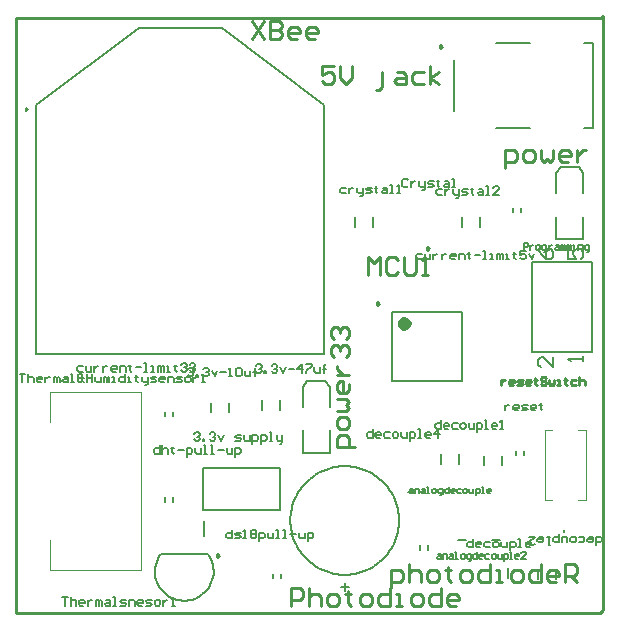
<source format=gto>
G04*
G04 #@! TF.GenerationSoftware,Altium Limited,Altium Designer,20.2.3 (150)*
G04*
G04 Layer_Color=65535*
%FSLAX25Y25*%
%MOIN*%
G70*
G04*
G04 #@! TF.SameCoordinates,2D8D508D-747A-419C-BB13-FC6C21BFBE3A*
G04*
G04*
G04 #@! TF.FilePolarity,Positive*
G04*
G01*
G75*
%ADD10C,0.00787*%
%ADD11C,0.00984*%
%ADD12C,0.02362*%
%ADD13C,0.00394*%
%ADD14C,0.01000*%
%ADD15C,0.00800*%
%ADD16C,0.00591*%
%ADD17C,0.00606*%
D10*
X183606Y28059D02*
Y28846D01*
Y28059D01*
X4944Y169083D02*
X4160Y169536D01*
Y168630D01*
X4944Y169083D01*
X49205Y20906D02*
X48638Y20071D01*
X48160Y19182D01*
X47776Y18249D01*
X47490Y17282D01*
X47306Y16290D01*
X47225Y15284D01*
X47247Y14275D01*
X47374Y13274D01*
X47603Y12292D01*
X47932Y11338D01*
X48357Y10423D01*
X48875Y9557D01*
X49479Y8749D01*
X50163Y8007D01*
X50920Y7340D01*
X51742Y6754D01*
X52619Y6256D01*
X53543Y5852D01*
X54504Y5544D01*
X55492Y5337D01*
X56495Y5233D01*
X57504D01*
X58508Y5337D01*
X59496Y5544D01*
X60457Y5852D01*
X61381Y6256D01*
X62258Y6754D01*
X63080Y7340D01*
X63837Y8007D01*
X64521Y8749D01*
X65125Y9557D01*
X65642Y10423D01*
X66068Y11338D01*
X66397Y12292D01*
X66626Y13274D01*
X66753Y14275D01*
X66776Y15284D01*
X66694Y16290D01*
X66510Y17282D01*
X66224Y18249D01*
X65840Y19182D01*
X65362Y20071D01*
X64795Y20906D01*
X128610Y32000D02*
X128583Y32998D01*
X128500Y33992D01*
X128363Y34981D01*
X128172Y35960D01*
X127927Y36928D01*
X127629Y37880D01*
X127279Y38815D01*
X126878Y39729D01*
X126427Y40620D01*
X125928Y41484D01*
X125383Y42319D01*
X124792Y43123D01*
X124157Y43894D01*
X123481Y44628D01*
X122766Y45324D01*
X122013Y45980D01*
X121226Y46593D01*
X120405Y47161D01*
X119555Y47684D01*
X118677Y48159D01*
X117775Y48585D01*
X116850Y48960D01*
X115906Y49284D01*
X114946Y49556D01*
X113972Y49774D01*
X112987Y49939D01*
X111995Y50048D01*
X110999Y50103D01*
X110001D01*
X109004Y50048D01*
X108012Y49939D01*
X107028Y49774D01*
X106054Y49556D01*
X105094Y49284D01*
X104150Y48960D01*
X103225Y48585D01*
X102323Y48159D01*
X101445Y47684D01*
X100595Y47161D01*
X99774Y46593D01*
X98987Y45980D01*
X98234Y45324D01*
X97519Y44628D01*
X96843Y43894D01*
X96209Y43123D01*
X95617Y42319D01*
X95072Y41484D01*
X94573Y40620D01*
X94122Y39729D01*
X93721Y38815D01*
X93371Y37880D01*
X93073Y36928D01*
X92828Y35960D01*
X92637Y34981D01*
X92500Y33992D01*
X92417Y32998D01*
X92390Y32000D01*
X92417Y31002D01*
X92500Y30008D01*
X92637Y29019D01*
X92828Y28040D01*
X93073Y27072D01*
X93371Y26120D01*
X93721Y25185D01*
X94122Y24271D01*
X94573Y23380D01*
X95072Y22516D01*
X95617Y21681D01*
X96209Y20876D01*
X96843Y20106D01*
X97519Y19372D01*
X98234Y18676D01*
X98987Y18020D01*
X99774Y17407D01*
X100595Y16839D01*
X101445Y16316D01*
X102323Y15841D01*
X103225Y15415D01*
X104150Y15040D01*
X105094Y14716D01*
X106054Y14444D01*
X107028Y14226D01*
X108013Y14061D01*
X109004Y13952D01*
X110001Y13897D01*
X110999Y13897D01*
X111996Y13952D01*
X112988Y14061D01*
X113972Y14226D01*
X114946Y14444D01*
X115906Y14716D01*
X116850Y15040D01*
X117775Y15415D01*
X118677Y15841D01*
X119555Y16316D01*
X120405Y16839D01*
X121226Y17407D01*
X122013Y18020D01*
X122766Y18676D01*
X123481Y19372D01*
X124157Y20106D01*
X124792Y20877D01*
X125383Y21681D01*
X125928Y22516D01*
X126427Y23381D01*
X126878Y24271D01*
X127279Y25185D01*
X127629Y26120D01*
X127927Y27072D01*
X128172Y28040D01*
X128363Y29019D01*
X128500Y30008D01*
X128583Y31002D01*
X128610Y32000D01*
X148122Y25488D02*
X150878D01*
X159622D02*
X162378D01*
X148453Y50925D02*
Y54075D01*
X142547Y50925D02*
Y54075D01*
X164953Y12925D02*
Y16075D01*
X159047Y12925D02*
Y16075D01*
X175047Y12610D02*
Y15760D01*
X180953Y12610D02*
Y15760D01*
X162953Y50425D02*
Y53575D01*
X157047Y50425D02*
Y53575D01*
X155453Y129925D02*
Y133075D01*
X149547Y129925D02*
Y133075D01*
X119953Y129925D02*
Y133075D01*
X114047Y129925D02*
Y133075D01*
X88953Y68925D02*
Y72075D01*
X83047Y68925D02*
Y72075D01*
X71953Y68110D02*
Y71260D01*
X66047Y68110D02*
Y71260D01*
X167622Y53713D02*
Y55287D01*
X170378Y53713D02*
Y55287D01*
X135622Y22213D02*
Y23787D01*
X138378Y22213D02*
Y23787D01*
X86622Y12713D02*
Y14287D01*
X89378Y12713D02*
Y14287D01*
X50622Y38213D02*
Y39787D01*
X53378Y38213D02*
Y39787D01*
X50622Y66713D02*
Y68287D01*
X53378Y66713D02*
Y68287D01*
X166622Y134713D02*
Y136287D01*
X169378Y134713D02*
Y136287D01*
X193142Y162827D02*
Y191173D01*
X160760Y162827D02*
X172374D01*
X190287D02*
X193142D01*
X147079Y168634D02*
Y185366D01*
X160760Y191173D02*
X172374D01*
X190287D02*
X193142D01*
X7701Y87602D02*
Y170594D01*
X41913Y196303D01*
X69472D01*
X103685Y170594D01*
Y87602D02*
Y170594D01*
X7701Y87602D02*
X103685D01*
X49205Y20906D02*
X64795D01*
X173000Y118000D02*
X193000D01*
X173000Y88000D02*
X193000D01*
X173000D02*
Y118000D01*
X193000Y88000D02*
Y118000D01*
Y98833D02*
Y118000D01*
X180972Y141047D02*
Y147740D01*
X188453Y149709D02*
X190028Y147740D01*
X180972D02*
X182547Y149709D01*
X190028Y141047D02*
Y147740D01*
X182547Y149709D02*
X188453D01*
X180972Y125693D02*
X190028D01*
X180972D02*
Y133173D01*
X190028Y125693D02*
Y133173D01*
X96472Y69937D02*
Y76630D01*
X103953Y78598D02*
X105528Y76630D01*
X96472D02*
X98047Y78598D01*
X105528Y69937D02*
Y76630D01*
X98047Y78598D02*
X103953D01*
X96472Y54583D02*
X105528D01*
X96472D02*
Y62063D01*
X105528Y54583D02*
Y62063D01*
X126386Y78386D02*
Y101614D01*
X149614Y78386D02*
Y101614D01*
X126386D02*
X149614D01*
X126386Y78386D02*
X149614D01*
X63197Y35602D02*
Y49398D01*
X88803D01*
Y35602D02*
Y49398D01*
X63197Y35602D02*
X88803D01*
X63736Y26752D02*
Y31870D01*
D11*
X143043Y189992D02*
X142305Y190418D01*
Y189566D01*
X143043Y189992D01*
X68634Y20315D02*
X67896Y20741D01*
Y19889D01*
X68634Y20315D01*
X121957Y104272D02*
X121219Y104698D01*
Y103846D01*
X121957Y104272D01*
X138642Y122748D02*
X137903Y123174D01*
Y122322D01*
X138642Y122748D01*
D12*
X131504Y97677D02*
X131059Y98601D01*
X130060Y98829D01*
X129259Y98190D01*
Y97165D01*
X130060Y96526D01*
X131059Y96754D01*
X131504Y97677D01*
D13*
X188331Y38689D02*
X190890D01*
Y62311D01*
X188331D02*
X190890D01*
X177110Y38689D02*
X179669D01*
X177110D02*
Y62311D01*
X179669D01*
X12126Y74803D02*
X42441D01*
X12126D02*
X42441D01*
X12126Y15354D02*
X42441D01*
X12126D02*
X42441D01*
X12126Y64764D02*
Y74803D01*
Y64764D02*
Y74803D01*
X42441Y15354D02*
Y74803D01*
Y15354D02*
Y74803D01*
X12126Y15354D02*
Y25394D01*
Y15354D02*
Y25394D01*
D14*
X1000Y199500D02*
X196000D01*
X196500Y200000D01*
Y2000D02*
Y200000D01*
X195500Y1000D02*
X196500Y2000D01*
X1000Y1000D02*
X195500D01*
X1000D02*
Y199500D01*
X162495Y78959D02*
Y77122D01*
Y78041D01*
X162954Y78500D01*
X163414Y78959D01*
X163873D01*
X166628Y77122D02*
X165709D01*
X165250Y77582D01*
Y78500D01*
X165709Y78959D01*
X166628D01*
X167087Y78500D01*
Y78041D01*
X165250D01*
X168005Y77122D02*
X169383D01*
X169842Y77582D01*
X169383Y78041D01*
X168465D01*
X168005Y78500D01*
X168465Y78959D01*
X169842D01*
X172138Y77122D02*
X171220D01*
X170760Y77582D01*
Y78500D01*
X171220Y78959D01*
X172138D01*
X172597Y78500D01*
Y78041D01*
X170760D01*
X173975Y79418D02*
Y78959D01*
X173515D01*
X174434D01*
X173975D01*
Y77582D01*
X174434Y77122D01*
X177648Y79418D02*
X177189Y79878D01*
X176270D01*
X175811Y79418D01*
Y78959D01*
X176270Y78500D01*
X177189D01*
X177648Y78041D01*
Y77582D01*
X177189Y77122D01*
X176270D01*
X175811Y77582D01*
X178566Y78959D02*
Y77582D01*
X179025Y77122D01*
X179485Y77582D01*
X179944Y77122D01*
X180403Y77582D01*
Y78959D01*
X181321Y77122D02*
X182240D01*
X181781D01*
Y78959D01*
X181321D01*
X184076Y79418D02*
Y78959D01*
X183617D01*
X184536D01*
X184076D01*
Y77582D01*
X184536Y77122D01*
X187750Y78959D02*
X186372D01*
X185913Y78500D01*
Y77582D01*
X186372Y77122D01*
X187750D01*
X188668Y79878D02*
Y77122D01*
Y78500D01*
X189127Y78959D01*
X190045D01*
X190505Y78500D01*
Y77122D01*
X107005Y183499D02*
X103006D01*
Y180500D01*
X105006Y181499D01*
X106005D01*
X107005Y180500D01*
Y178500D01*
X106005Y177501D01*
X104006D01*
X103006Y178500D01*
X109004Y183499D02*
Y179500D01*
X111004Y177501D01*
X113003Y179500D01*
Y183499D01*
X121001Y175501D02*
X122000D01*
X123000Y176501D01*
Y181499D01*
X127998D02*
X129998D01*
X130997Y180500D01*
Y177501D01*
X127998D01*
X126999Y178500D01*
X127998Y179500D01*
X130997D01*
X136995Y181499D02*
X133996D01*
X132997Y180500D01*
Y178500D01*
X133996Y177501D01*
X136995D01*
X138995D02*
Y183499D01*
Y179500D02*
X141994Y181499D01*
X138995Y179500D02*
X141994Y177501D01*
X79504Y198499D02*
X83502Y192501D01*
Y198499D02*
X79504Y192501D01*
X85502Y198499D02*
Y192501D01*
X88501D01*
X89500Y193501D01*
Y194500D01*
X88501Y195500D01*
X85502D01*
X88501D01*
X89500Y196500D01*
Y197499D01*
X88501Y198499D01*
X85502D01*
X94499Y192501D02*
X92499D01*
X91500Y193501D01*
Y195500D01*
X92499Y196500D01*
X94499D01*
X95498Y195500D01*
Y194500D01*
X91500D01*
X100497Y192501D02*
X98497D01*
X97498Y193501D01*
Y195500D01*
X98497Y196500D01*
X100497D01*
X101497Y195500D01*
Y194500D01*
X97498D01*
X164004Y149611D02*
Y155609D01*
X167003D01*
X168003Y154610D01*
Y152610D01*
X167003Y151611D01*
X164004D01*
X171002D02*
X173002D01*
X174001Y152610D01*
Y154610D01*
X173002Y155609D01*
X171002D01*
X170002Y154610D01*
Y152610D01*
X171002Y151611D01*
X176000Y155609D02*
Y152610D01*
X177000Y151611D01*
X178000Y152610D01*
X178999Y151611D01*
X179999Y152610D01*
Y155609D01*
X184998Y151611D02*
X182998D01*
X181999Y152610D01*
Y154610D01*
X182998Y155609D01*
X184998D01*
X185997Y154610D01*
Y153610D01*
X181999D01*
X187997Y155609D02*
Y151611D01*
Y153610D01*
X188996Y154610D01*
X189996Y155609D01*
X190996D01*
X113999Y56396D02*
X108001D01*
Y59395D01*
X109000Y60395D01*
X111000D01*
X111999Y59395D01*
Y56396D01*
Y63394D02*
Y65393D01*
X111000Y66393D01*
X109000D01*
X108001Y65393D01*
Y63394D01*
X109000Y62394D01*
X111000D01*
X111999Y63394D01*
X108001Y68392D02*
X111000D01*
X111999Y69392D01*
X111000Y70392D01*
X111999Y71391D01*
X111000Y72391D01*
X108001D01*
X111999Y77389D02*
Y75390D01*
X111000Y74390D01*
X109000D01*
X108001Y75390D01*
Y77389D01*
X109000Y78389D01*
X110000D01*
Y74390D01*
X108001Y80388D02*
X111999D01*
X110000D01*
X109000Y81388D01*
X108001Y82388D01*
Y83388D01*
X107001Y86387D02*
X106001Y87386D01*
Y89386D01*
X107001Y90385D01*
X108001D01*
X109000Y89386D01*
Y88386D01*
Y89386D01*
X110000Y90385D01*
X111000D01*
X111999Y89386D01*
Y87386D01*
X111000Y86387D01*
X107001Y92385D02*
X106001Y93384D01*
Y95384D01*
X107001Y96383D01*
X108001D01*
X109000Y95384D01*
Y94384D01*
Y95384D01*
X110000Y96383D01*
X111000D01*
X111999Y95384D01*
Y93384D01*
X111000Y92385D01*
X92509Y3501D02*
Y9499D01*
X95508D01*
X96508Y8499D01*
Y6500D01*
X95508Y5500D01*
X92509D01*
X98507Y9499D02*
Y3501D01*
Y6500D01*
X99507Y7500D01*
X101506D01*
X102506Y6500D01*
Y3501D01*
X105505D02*
X107504D01*
X108504Y4501D01*
Y6500D01*
X107504Y7500D01*
X105505D01*
X104505Y6500D01*
Y4501D01*
X105505Y3501D01*
X111503Y8499D02*
Y7500D01*
X110503D01*
X112503D01*
X111503D01*
Y4501D01*
X112503Y3501D01*
X116501D02*
X118501D01*
X119500Y4501D01*
Y6500D01*
X118501Y7500D01*
X116501D01*
X115502Y6500D01*
Y4501D01*
X116501Y3501D01*
X125498Y9499D02*
Y3501D01*
X122499D01*
X121500Y4501D01*
Y6500D01*
X122499Y7500D01*
X125498D01*
X127498Y3501D02*
X129497D01*
X128497D01*
Y7500D01*
X127498D01*
X133496Y3501D02*
X135495D01*
X136495Y4501D01*
Y6500D01*
X135495Y7500D01*
X133496D01*
X132496Y6500D01*
Y4501D01*
X133496Y3501D01*
X142493Y9499D02*
Y3501D01*
X139494D01*
X138494Y4501D01*
Y6500D01*
X139494Y7500D01*
X142493D01*
X147491Y3501D02*
X145492D01*
X144492Y4501D01*
Y6500D01*
X145492Y7500D01*
X147491D01*
X148491Y6500D01*
Y5500D01*
X144492D01*
X126010Y9501D02*
Y15499D01*
X129009D01*
X130009Y14500D01*
Y12500D01*
X129009Y11501D01*
X126010D01*
X132008Y17499D02*
Y11501D01*
Y14500D01*
X133008Y15499D01*
X135007D01*
X136007Y14500D01*
Y11501D01*
X139006D02*
X141005D01*
X142005Y12500D01*
Y14500D01*
X141005Y15499D01*
X139006D01*
X138006Y14500D01*
Y12500D01*
X139006Y11501D01*
X145004Y16499D02*
Y15499D01*
X144004D01*
X146004D01*
X145004D01*
Y12500D01*
X146004Y11501D01*
X150002D02*
X152002D01*
X153001Y12500D01*
Y14500D01*
X152002Y15499D01*
X150002D01*
X149003Y14500D01*
Y12500D01*
X150002Y11501D01*
X158999Y17499D02*
Y11501D01*
X156000D01*
X155001Y12500D01*
Y14500D01*
X156000Y15499D01*
X158999D01*
X160999Y11501D02*
X162998D01*
X161998D01*
Y15499D01*
X160999D01*
X166997Y11501D02*
X168996D01*
X169996Y12500D01*
Y14500D01*
X168996Y15499D01*
X166997D01*
X165997Y14500D01*
Y12500D01*
X166997Y11501D01*
X175994Y17499D02*
Y11501D01*
X172995D01*
X171995Y12500D01*
Y14500D01*
X172995Y15499D01*
X175994D01*
X180992Y11501D02*
X178993D01*
X177993Y12500D01*
Y14500D01*
X178993Y15499D01*
X180992D01*
X181992Y14500D01*
Y13500D01*
X177993D01*
X183991Y11501D02*
Y17499D01*
X186990D01*
X187990Y16499D01*
Y14500D01*
X186990Y13500D01*
X183991D01*
X185991D02*
X187990Y11501D01*
X118250Y113750D02*
Y119748D01*
X120249Y117749D01*
X122249Y119748D01*
Y113750D01*
X128247Y118748D02*
X127247Y119748D01*
X125248D01*
X124248Y118748D01*
Y114750D01*
X125248Y113750D01*
X127247D01*
X128247Y114750D01*
X130246Y119748D02*
Y114750D01*
X131246Y113750D01*
X133245D01*
X134245Y114750D01*
Y119748D01*
X136244Y113750D02*
X138243D01*
X137244D01*
Y119748D01*
X136244Y118748D01*
D15*
X175002Y122332D02*
X175835Y120666D01*
X177501Y119000D01*
X179167D01*
X180000Y119833D01*
Y121499D01*
X179167Y122332D01*
X178334D01*
X177501Y121499D01*
Y119000D01*
X185002Y122332D02*
Y119000D01*
X187501D01*
X186668Y120666D01*
Y121499D01*
X187501Y122332D01*
X189167D01*
X190000Y121499D01*
Y119833D01*
X189167Y119000D01*
X180000Y86332D02*
Y83000D01*
X176668Y86332D01*
X175835D01*
X175002Y85499D01*
Y83833D01*
X175835Y83000D01*
X190000Y85000D02*
Y86666D01*
Y85833D01*
X185002D01*
X185835Y85000D01*
D16*
X110532Y8500D02*
Y11124D01*
X109220Y9812D02*
X111844D01*
D17*
X16241Y6425D02*
X18141D01*
X17191D01*
Y3575D01*
X19091Y6425D02*
Y3575D01*
Y5000D01*
X19565Y5475D01*
X20515D01*
X20990Y5000D01*
Y3575D01*
X23365D02*
X22415D01*
X21940Y4050D01*
Y5000D01*
X22415Y5475D01*
X23365D01*
X23840Y5000D01*
Y4525D01*
X21940D01*
X24789Y5475D02*
Y3575D01*
Y4525D01*
X25264Y5000D01*
X25739Y5475D01*
X26214D01*
X27639Y3575D02*
Y5475D01*
X28114D01*
X28589Y5000D01*
Y3575D01*
Y5000D01*
X29064Y5475D01*
X29539Y5000D01*
Y3575D01*
X30963Y5475D02*
X31913D01*
X32388Y5000D01*
Y3575D01*
X30963D01*
X30488Y4050D01*
X30963Y4525D01*
X32388D01*
X33338Y3575D02*
X34288D01*
X33813D01*
Y6425D01*
X33338D01*
X35712Y3575D02*
X37137D01*
X37612Y4050D01*
X37137Y4525D01*
X36187D01*
X35712Y5000D01*
X36187Y5475D01*
X37612D01*
X38562Y3575D02*
Y5475D01*
X39987D01*
X40462Y5000D01*
Y3575D01*
X42836D02*
X41886D01*
X41411Y4050D01*
Y5000D01*
X41886Y5475D01*
X42836D01*
X43311Y5000D01*
Y4525D01*
X41411D01*
X44261Y3575D02*
X45685D01*
X46160Y4050D01*
X45685Y4525D01*
X44736D01*
X44261Y5000D01*
X44736Y5475D01*
X46160D01*
X47585Y3575D02*
X48535D01*
X49010Y4050D01*
Y5000D01*
X48535Y5475D01*
X47585D01*
X47110Y5000D01*
Y4050D01*
X47585Y3575D01*
X49960Y5475D02*
Y3575D01*
Y4525D01*
X50435Y5000D01*
X50910Y5475D01*
X51385D01*
X52809Y3575D02*
X53759D01*
X53284D01*
Y6425D01*
X52809Y5950D01*
X2131Y80900D02*
X4030D01*
X3081D01*
Y78050D01*
X4980Y80900D02*
Y78050D01*
Y79475D01*
X5455Y79950D01*
X6405D01*
X6880Y79475D01*
Y78050D01*
X9254D02*
X8305D01*
X7830Y78525D01*
Y79475D01*
X8305Y79950D01*
X9254D01*
X9729Y79475D01*
Y79000D01*
X7830D01*
X10679Y79950D02*
Y78050D01*
Y79000D01*
X11154Y79475D01*
X11629Y79950D01*
X12104D01*
X13529Y78050D02*
Y79950D01*
X14004D01*
X14478Y79475D01*
Y78050D01*
Y79475D01*
X14953Y79950D01*
X15428Y79475D01*
Y78050D01*
X16853Y79950D02*
X17803D01*
X18278Y79475D01*
Y78050D01*
X16853D01*
X16378Y78525D01*
X16853Y79000D01*
X18278D01*
X19228Y78050D02*
X20177D01*
X19703D01*
Y80900D01*
X19228D01*
X23502Y78050D02*
X23027Y78525D01*
X22552Y78050D01*
X22077D01*
X21602Y78525D01*
Y79000D01*
X22077Y79475D01*
X21602Y79950D01*
Y80425D01*
X22077Y80900D01*
X22552D01*
X23027Y80425D01*
Y79950D01*
X22552Y79475D01*
X23027Y79000D01*
Y78525D01*
X23502Y79475D02*
X23027Y79000D01*
X22077Y79475D02*
X22552D01*
X24452Y80900D02*
Y78050D01*
Y79475D01*
X26351D01*
Y80900D01*
Y78050D01*
X27301Y79950D02*
Y78525D01*
X27776Y78050D01*
X29201D01*
Y79950D01*
X30150Y78050D02*
Y79950D01*
X30625D01*
X31100Y79475D01*
Y78050D01*
Y79475D01*
X31575Y79950D01*
X32050Y79475D01*
Y78050D01*
X33000D02*
X33950D01*
X33475D01*
Y79950D01*
X33000D01*
X37274Y80900D02*
Y78050D01*
X35849D01*
X35375Y78525D01*
Y79475D01*
X35849Y79950D01*
X37274D01*
X38224Y78050D02*
X39174D01*
X38699D01*
Y79950D01*
X38224D01*
X41074Y80425D02*
Y79950D01*
X40599D01*
X41548D01*
X41074D01*
Y78525D01*
X41548Y78050D01*
X42973Y79950D02*
Y78525D01*
X43448Y78050D01*
X44873D01*
Y77575D01*
X44398Y77100D01*
X43923D01*
X44873Y78050D02*
Y79950D01*
X45823Y78050D02*
X47247D01*
X47722Y78525D01*
X47247Y79000D01*
X46297D01*
X45823Y79475D01*
X46297Y79950D01*
X47722D01*
X50097Y78050D02*
X49147D01*
X48672Y78525D01*
Y79475D01*
X49147Y79950D01*
X50097D01*
X50572Y79475D01*
Y79000D01*
X48672D01*
X51522Y78050D02*
Y79950D01*
X52946D01*
X53421Y79475D01*
Y78050D01*
X54371D02*
X55796D01*
X56271Y78525D01*
X55796Y79000D01*
X54846D01*
X54371Y79475D01*
X54846Y79950D01*
X56271D01*
X57695Y78050D02*
X58645D01*
X59120Y78525D01*
Y79475D01*
X58645Y79950D01*
X57695D01*
X57221Y79475D01*
Y78525D01*
X57695Y78050D01*
X60070Y79950D02*
Y78050D01*
Y79000D01*
X60545Y79475D01*
X61020Y79950D01*
X61495D01*
X62919Y78050D02*
X63869D01*
X63394D01*
Y80900D01*
X62919Y80425D01*
X163900Y70600D02*
Y68700D01*
Y69650D01*
X164375Y70125D01*
X164850Y70600D01*
X165325D01*
X168174Y68700D02*
X167224D01*
X166750Y69175D01*
Y70125D01*
X167224Y70600D01*
X168174D01*
X168649Y70125D01*
Y69650D01*
X166750D01*
X169599Y68700D02*
X171024D01*
X171499Y69175D01*
X171024Y69650D01*
X170074D01*
X169599Y70125D01*
X170074Y70600D01*
X171499D01*
X173873Y68700D02*
X172923D01*
X172448Y69175D01*
Y70125D01*
X172923Y70600D01*
X173873D01*
X174348Y70125D01*
Y69650D01*
X172448D01*
X175773Y71075D02*
Y70600D01*
X175298D01*
X176248D01*
X175773D01*
Y69175D01*
X176248Y68700D01*
X170173Y122313D02*
Y124375D01*
X171204D01*
X171548Y124031D01*
Y123344D01*
X171204Y123000D01*
X170173D01*
X172235Y123687D02*
Y122313D01*
Y123000D01*
X172579Y123344D01*
X172923Y123687D01*
X173266D01*
X174641Y122313D02*
X175329D01*
X175672Y122656D01*
Y123344D01*
X175329Y123687D01*
X174641D01*
X174297Y123344D01*
Y122656D01*
X174641Y122313D01*
X177047Y121625D02*
X177391D01*
X177735Y121969D01*
Y123687D01*
X176704D01*
X176360Y123344D01*
Y122656D01*
X176704Y122313D01*
X177735D01*
X178422Y123687D02*
Y122313D01*
Y123000D01*
X178766Y123344D01*
X179110Y123687D01*
X179453D01*
X180828D02*
X181516D01*
X181859Y123344D01*
Y122313D01*
X180828D01*
X180484Y122656D01*
X180828Y123000D01*
X181859D01*
X182547Y122313D02*
Y123687D01*
X182890D01*
X183234Y123344D01*
Y122313D01*
Y123344D01*
X183578Y123687D01*
X183922Y123344D01*
Y122313D01*
X184609D02*
Y123687D01*
X184953D01*
X185296Y123344D01*
Y122313D01*
Y123344D01*
X185640Y123687D01*
X185984Y123344D01*
Y122313D01*
X186671D02*
X187359D01*
X187015D01*
Y123687D01*
X186671D01*
X188390Y122313D02*
Y123687D01*
X189421D01*
X189765Y123344D01*
Y122313D01*
X191140Y121625D02*
X191483D01*
X191827Y121969D01*
Y123687D01*
X190796D01*
X190452Y123344D01*
Y122656D01*
X190796Y122313D01*
X191827D01*
X72915Y28900D02*
Y26050D01*
X71490D01*
X71015Y26525D01*
Y27475D01*
X71490Y27950D01*
X72915D01*
X73865Y26050D02*
X75289D01*
X75764Y26525D01*
X75289Y27000D01*
X74340D01*
X73865Y27475D01*
X74340Y27950D01*
X75764D01*
X76714Y26050D02*
X77664D01*
X77189D01*
Y28900D01*
X76714Y28425D01*
X79089D02*
X79564Y28900D01*
X80513D01*
X80988Y28425D01*
Y27950D01*
X80513Y27475D01*
X80988Y27000D01*
Y26525D01*
X80513Y26050D01*
X79564D01*
X79089Y26525D01*
Y27000D01*
X79564Y27475D01*
X79089Y27950D01*
Y28425D01*
X79564Y27475D02*
X80513D01*
X81938Y25100D02*
Y27950D01*
X83363D01*
X83838Y27475D01*
Y26525D01*
X83363Y26050D01*
X81938D01*
X84788Y27950D02*
Y26525D01*
X85263Y26050D01*
X86687D01*
Y27950D01*
X87637Y26050D02*
X88587D01*
X88112D01*
Y28900D01*
X87637D01*
X90012Y26050D02*
X90961D01*
X90487D01*
Y28900D01*
X90012D01*
X92386Y27475D02*
X94286D01*
X95236Y27950D02*
Y26525D01*
X95711Y26050D01*
X97135D01*
Y27950D01*
X98085Y25100D02*
Y27950D01*
X99510D01*
X99985Y27475D01*
Y26525D01*
X99510Y26050D01*
X98085D01*
X48800Y57050D02*
Y54200D01*
X47375D01*
X46900Y54675D01*
Y55625D01*
X47375Y56100D01*
X48800D01*
X49749Y57050D02*
Y54200D01*
Y55625D01*
X50224Y56100D01*
X51174D01*
X51649Y55625D01*
Y54200D01*
X53074Y56575D02*
Y56100D01*
X52599D01*
X53549D01*
X53074D01*
Y54675D01*
X53549Y54200D01*
X54974Y55625D02*
X56873D01*
X57823Y53250D02*
Y56100D01*
X59248D01*
X59723Y55625D01*
Y54675D01*
X59248Y54200D01*
X57823D01*
X60672Y56100D02*
Y54675D01*
X61147Y54200D01*
X62572D01*
Y56100D01*
X63522Y54200D02*
X64472D01*
X63997D01*
Y57050D01*
X63522D01*
X65896Y54200D02*
X66846D01*
X66371D01*
Y57050D01*
X65896D01*
X68271Y55625D02*
X70171D01*
X71121Y56100D02*
Y54675D01*
X71595Y54200D01*
X73020D01*
Y56100D01*
X73970Y53250D02*
Y56100D01*
X75395D01*
X75870Y55625D01*
Y54675D01*
X75395Y54200D01*
X73970D01*
X119789Y62400D02*
Y59550D01*
X118365D01*
X117890Y60025D01*
Y60975D01*
X118365Y61450D01*
X119789D01*
X122164Y59550D02*
X121214D01*
X120739Y60025D01*
Y60975D01*
X121214Y61450D01*
X122164D01*
X122639Y60975D01*
Y60500D01*
X120739D01*
X125488Y61450D02*
X124064D01*
X123589Y60975D01*
Y60025D01*
X124064Y59550D01*
X125488D01*
X126913D02*
X127863D01*
X128338Y60025D01*
Y60975D01*
X127863Y61450D01*
X126913D01*
X126438Y60975D01*
Y60025D01*
X126913Y59550D01*
X129288Y61450D02*
Y60025D01*
X129762Y59550D01*
X131187D01*
Y61450D01*
X132137Y58600D02*
Y61450D01*
X133562D01*
X134037Y60975D01*
Y60025D01*
X133562Y59550D01*
X132137D01*
X134987D02*
X135936D01*
X135461D01*
Y62400D01*
X134987D01*
X138786Y59550D02*
X137836D01*
X137361Y60025D01*
Y60975D01*
X137836Y61450D01*
X138786D01*
X139261Y60975D01*
Y60500D01*
X137361D01*
X141635Y59550D02*
Y62400D01*
X140211Y60975D01*
X142110D01*
X153214Y25900D02*
Y23050D01*
X151789D01*
X151314Y23525D01*
Y24475D01*
X151789Y24950D01*
X153214D01*
X155589Y23050D02*
X154639D01*
X154164Y23525D01*
Y24475D01*
X154639Y24950D01*
X155589D01*
X156064Y24475D01*
Y24000D01*
X154164D01*
X158913Y24950D02*
X157488D01*
X157013Y24475D01*
Y23525D01*
X157488Y23050D01*
X158913D01*
X160338D02*
X161288D01*
X161763Y23525D01*
Y24475D01*
X161288Y24950D01*
X160338D01*
X159863Y24475D01*
Y23525D01*
X160338Y23050D01*
X162712Y24950D02*
Y23525D01*
X163187Y23050D01*
X164612D01*
Y24950D01*
X165562Y22100D02*
Y24950D01*
X166987D01*
X167462Y24475D01*
Y23525D01*
X166987Y23050D01*
X165562D01*
X168411D02*
X169361D01*
X168886D01*
Y25900D01*
X168411D01*
X172211Y23050D02*
X171261D01*
X170786Y23525D01*
Y24475D01*
X171261Y24950D01*
X172211D01*
X172686Y24475D01*
Y24000D01*
X170786D01*
X194211Y23785D02*
Y26635D01*
X195635D01*
X196110Y26160D01*
Y25210D01*
X195635Y24735D01*
X194211D01*
X191836Y26635D02*
X192786D01*
X193261Y26160D01*
Y25210D01*
X192786Y24735D01*
X191836D01*
X191361Y25210D01*
Y25685D01*
X193261D01*
X188512Y24735D02*
X189936D01*
X190411Y25210D01*
Y26160D01*
X189936Y26635D01*
X188512D01*
X187087D02*
X186137D01*
X185662Y26160D01*
Y25210D01*
X186137Y24735D01*
X187087D01*
X187562Y25210D01*
Y26160D01*
X187087Y26635D01*
X184712Y24735D02*
Y26160D01*
X184237Y26635D01*
X182813D01*
Y24735D01*
X181863Y27585D02*
Y24735D01*
X180438D01*
X179963Y25210D01*
Y26160D01*
X180438Y26635D01*
X181863D01*
X179013D02*
X178064D01*
X178539D01*
Y23785D01*
X179013D01*
X175214Y26635D02*
X176164D01*
X176639Y26160D01*
Y25210D01*
X176164Y24735D01*
X175214D01*
X174739Y25210D01*
Y25685D01*
X176639D01*
X171890Y26635D02*
X173789D01*
X171890Y24735D01*
Y24260D01*
X172365Y23785D01*
X173314D01*
X173789Y24260D01*
X142587Y65337D02*
Y62582D01*
X141209D01*
X140750Y63041D01*
Y63959D01*
X141209Y64418D01*
X142587D01*
X144883Y62582D02*
X143965D01*
X143505Y63041D01*
Y63959D01*
X143965Y64418D01*
X144883D01*
X145342Y63959D01*
Y63500D01*
X143505D01*
X148097Y64418D02*
X146720D01*
X146260Y63959D01*
Y63041D01*
X146720Y62582D01*
X148097D01*
X149475D02*
X150393D01*
X150852Y63041D01*
Y63959D01*
X150393Y64418D01*
X149475D01*
X149015Y63959D01*
Y63041D01*
X149475Y62582D01*
X151770Y64418D02*
Y63041D01*
X152230Y62582D01*
X153607D01*
Y64418D01*
X154525Y61663D02*
Y64418D01*
X155903D01*
X156362Y63959D01*
Y63041D01*
X155903Y62582D01*
X154525D01*
X157281D02*
X158199D01*
X157740D01*
Y65337D01*
X157281D01*
X160954Y62582D02*
X160036D01*
X159576Y63041D01*
Y63959D01*
X160036Y64418D01*
X160954D01*
X161413Y63959D01*
Y63500D01*
X159576D01*
X162331Y62582D02*
X163250D01*
X162791D01*
Y65337D01*
X162331Y64877D01*
X23191Y83475D02*
X21766D01*
X21291Y83000D01*
Y82050D01*
X21766Y81575D01*
X23191D01*
X24141Y83475D02*
Y82050D01*
X24615Y81575D01*
X26040D01*
Y83475D01*
X26990D02*
Y81575D01*
Y82525D01*
X27465Y83000D01*
X27940Y83475D01*
X28415D01*
X29840D02*
Y81575D01*
Y82525D01*
X30314Y83000D01*
X30789Y83475D01*
X31264D01*
X34114Y81575D02*
X33164D01*
X32689Y82050D01*
Y83000D01*
X33164Y83475D01*
X34114D01*
X34589Y83000D01*
Y82525D01*
X32689D01*
X35539Y81575D02*
Y83475D01*
X36963D01*
X37438Y83000D01*
Y81575D01*
X38863Y83950D02*
Y83475D01*
X38388D01*
X39338D01*
X38863D01*
Y82050D01*
X39338Y81575D01*
X40762Y83000D02*
X42662D01*
X43612Y81575D02*
X44562D01*
X44087D01*
Y84425D01*
X43612D01*
X45987Y81575D02*
X46936D01*
X46461D01*
Y83475D01*
X45987D01*
X48361Y81575D02*
Y83475D01*
X48836D01*
X49311Y83000D01*
Y81575D01*
Y83000D01*
X49786Y83475D01*
X50261Y83000D01*
Y81575D01*
X51211D02*
X52160D01*
X51686D01*
Y83475D01*
X51211D01*
X54060Y83950D02*
Y83475D01*
X53585D01*
X54535D01*
X54060D01*
Y82050D01*
X54535Y81575D01*
X55960Y83950D02*
X56435Y84425D01*
X57385D01*
X57859Y83950D01*
Y83475D01*
X57385Y83000D01*
X56910D01*
X57385D01*
X57859Y82525D01*
Y82050D01*
X57385Y81575D01*
X56435D01*
X55960Y82050D01*
X58809Y83950D02*
X59284Y84425D01*
X60234D01*
X60709Y83950D01*
Y83475D01*
X60234Y83000D01*
X59759D01*
X60234D01*
X60709Y82525D01*
Y82050D01*
X60234Y81575D01*
X59284D01*
X58809Y82050D01*
X136191Y120975D02*
X134766D01*
X134291Y120500D01*
Y119550D01*
X134766Y119075D01*
X136191D01*
X137141Y120975D02*
Y119550D01*
X137616Y119075D01*
X139040D01*
Y120975D01*
X139990D02*
Y119075D01*
Y120025D01*
X140465Y120500D01*
X140940Y120975D01*
X141415D01*
X142840D02*
Y119075D01*
Y120025D01*
X143315Y120500D01*
X143789Y120975D01*
X144264D01*
X147114Y119075D02*
X146164D01*
X145689Y119550D01*
Y120500D01*
X146164Y120975D01*
X147114D01*
X147589Y120500D01*
Y120025D01*
X145689D01*
X148538Y119075D02*
Y120975D01*
X149963D01*
X150438Y120500D01*
Y119075D01*
X151863Y121450D02*
Y120975D01*
X151388D01*
X152338D01*
X151863D01*
Y119550D01*
X152338Y119075D01*
X153762Y120500D02*
X155662D01*
X156612Y119075D02*
X157562D01*
X157087D01*
Y121925D01*
X156612D01*
X158987Y119075D02*
X159936D01*
X159461D01*
Y120975D01*
X158987D01*
X161361Y119075D02*
Y120975D01*
X161836D01*
X162311Y120500D01*
Y119075D01*
Y120500D01*
X162786Y120975D01*
X163261Y120500D01*
Y119075D01*
X164211D02*
X165160D01*
X164685D01*
Y120975D01*
X164211D01*
X167060Y121450D02*
Y120975D01*
X166585D01*
X167535D01*
X167060D01*
Y119550D01*
X167535Y119075D01*
X170859Y121925D02*
X168960D01*
Y120500D01*
X169910Y120975D01*
X170384D01*
X170859Y120500D01*
Y119550D01*
X170384Y119075D01*
X169435D01*
X168960Y119550D01*
X171809Y120975D02*
X172759Y119075D01*
X173709Y120975D01*
X131600Y145475D02*
X131125Y145949D01*
X130175D01*
X129700Y145475D01*
Y143575D01*
X130175Y143100D01*
X131125D01*
X131600Y143575D01*
X132550Y145000D02*
Y143100D01*
Y144050D01*
X133024Y144525D01*
X133499Y145000D01*
X133974D01*
X135399D02*
Y143575D01*
X135874Y143100D01*
X137299D01*
Y142625D01*
X136824Y142150D01*
X136349D01*
X137299Y143100D02*
Y145000D01*
X138248Y143100D02*
X139673D01*
X140148Y143575D01*
X139673Y144050D01*
X138723D01*
X138248Y144525D01*
X138723Y145000D01*
X140148D01*
X141573Y145475D02*
Y145000D01*
X141098D01*
X142048D01*
X141573D01*
Y143575D01*
X142048Y143100D01*
X143947Y145000D02*
X144897D01*
X145372Y144525D01*
Y143100D01*
X143947D01*
X143472Y143575D01*
X143947Y144050D01*
X145372D01*
X146322Y143100D02*
X147272D01*
X146797D01*
Y145949D01*
X146322D01*
X142952Y142450D02*
X141527D01*
X141052Y141975D01*
Y141025D01*
X141527Y140550D01*
X142952D01*
X143901Y142450D02*
Y140550D01*
Y141500D01*
X144376Y141975D01*
X144851Y142450D01*
X145326D01*
X146751D02*
Y141025D01*
X147226Y140550D01*
X148651D01*
Y140075D01*
X148176Y139600D01*
X147701D01*
X148651Y140550D02*
Y142450D01*
X149600Y140550D02*
X151025D01*
X151500Y141025D01*
X151025Y141500D01*
X150075D01*
X149600Y141975D01*
X150075Y142450D01*
X151500D01*
X152925Y142925D02*
Y142450D01*
X152450D01*
X153400D01*
X152925D01*
Y141025D01*
X153400Y140550D01*
X155299Y142450D02*
X156249D01*
X156724Y141975D01*
Y140550D01*
X155299D01*
X154824Y141025D01*
X155299Y141500D01*
X156724D01*
X157674Y140550D02*
X158624D01*
X158149D01*
Y143400D01*
X157674D01*
X161948Y140550D02*
X160048D01*
X161948Y142450D01*
Y142925D01*
X161473Y143400D01*
X160523D01*
X160048Y142925D01*
X110926Y142950D02*
X109502D01*
X109027Y142475D01*
Y141525D01*
X109502Y141050D01*
X110926D01*
X111876Y142950D02*
Y141050D01*
Y142000D01*
X112351Y142475D01*
X112826Y142950D01*
X113301D01*
X114726D02*
Y141525D01*
X115201Y141050D01*
X116625D01*
Y140575D01*
X116150Y140100D01*
X115676D01*
X116625Y141050D02*
Y142950D01*
X117575Y141050D02*
X119000D01*
X119475Y141525D01*
X119000Y142000D01*
X118050D01*
X117575Y142475D01*
X118050Y142950D01*
X119475D01*
X120900Y143425D02*
Y142950D01*
X120425D01*
X121375D01*
X120900D01*
Y141525D01*
X121375Y141050D01*
X123274Y142950D02*
X124224D01*
X124699Y142475D01*
Y141050D01*
X123274D01*
X122799Y141525D01*
X123274Y142000D01*
X124699D01*
X125649Y141050D02*
X126599D01*
X126124D01*
Y143900D01*
X125649D01*
X128023Y141050D02*
X128973D01*
X128498D01*
Y143900D01*
X128023Y143425D01*
X132095Y42502D02*
X132782D01*
X133126Y42159D01*
Y41127D01*
X132095D01*
X131751Y41471D01*
X132095Y41815D01*
X133126D01*
X133814Y41127D02*
Y42502D01*
X134845D01*
X135188Y42159D01*
Y41127D01*
X136220Y42502D02*
X136907D01*
X137251Y42159D01*
Y41127D01*
X136220D01*
X135876Y41471D01*
X136220Y41815D01*
X137251D01*
X137938Y41127D02*
X138626D01*
X138282D01*
Y43190D01*
X137938D01*
X140000Y41127D02*
X140688D01*
X141032Y41471D01*
Y42159D01*
X140688Y42502D01*
X140000D01*
X139657Y42159D01*
Y41471D01*
X140000Y41127D01*
X142406Y40440D02*
X142750D01*
X143094Y40784D01*
Y42502D01*
X142063D01*
X141719Y42159D01*
Y41471D01*
X142063Y41127D01*
X143094D01*
X145156Y43190D02*
Y41127D01*
X144125D01*
X143781Y41471D01*
Y42159D01*
X144125Y42502D01*
X145156D01*
X146875Y41127D02*
X146187D01*
X145844Y41471D01*
Y42159D01*
X146187Y42502D01*
X146875D01*
X147219Y42159D01*
Y41815D01*
X145844D01*
X149281Y42502D02*
X148250D01*
X147906Y42159D01*
Y41471D01*
X148250Y41127D01*
X149281D01*
X150312D02*
X150999D01*
X151343Y41471D01*
Y42159D01*
X150999Y42502D01*
X150312D01*
X149968Y42159D01*
Y41471D01*
X150312Y41127D01*
X152031Y42502D02*
Y41471D01*
X152374Y41127D01*
X153405D01*
Y42502D01*
X154093Y40440D02*
Y42502D01*
X155124D01*
X155468Y42159D01*
Y41471D01*
X155124Y41127D01*
X154093D01*
X156155D02*
X156843D01*
X156499D01*
Y43190D01*
X156155D01*
X158905Y41127D02*
X158218D01*
X157874Y41471D01*
Y42159D01*
X158218Y42502D01*
X158905D01*
X159249Y42159D01*
Y41815D01*
X157874D01*
X141564Y20687D02*
X142251D01*
X142595Y20344D01*
Y19313D01*
X141564D01*
X141220Y19656D01*
X141564Y20000D01*
X142595D01*
X143282Y19313D02*
Y20687D01*
X144314D01*
X144657Y20344D01*
Y19313D01*
X145688Y20687D02*
X146376D01*
X146720Y20344D01*
Y19313D01*
X145688D01*
X145345Y19656D01*
X145688Y20000D01*
X146720D01*
X147407Y19313D02*
X148094D01*
X147751D01*
Y21375D01*
X147407D01*
X149469Y19313D02*
X150157D01*
X150501Y19656D01*
Y20344D01*
X150157Y20687D01*
X149469D01*
X149126Y20344D01*
Y19656D01*
X149469Y19313D01*
X151875Y18625D02*
X152219D01*
X152563Y18969D01*
Y20687D01*
X151532D01*
X151188Y20344D01*
Y19656D01*
X151532Y19313D01*
X152563D01*
X154625Y21375D02*
Y19313D01*
X153594D01*
X153250Y19656D01*
Y20344D01*
X153594Y20687D01*
X154625D01*
X156344Y19313D02*
X155656D01*
X155313Y19656D01*
Y20344D01*
X155656Y20687D01*
X156344D01*
X156687Y20344D01*
Y20000D01*
X155313D01*
X158750Y20687D02*
X157719D01*
X157375Y20344D01*
Y19656D01*
X157719Y19313D01*
X158750D01*
X159781D02*
X160468D01*
X160812Y19656D01*
Y20344D01*
X160468Y20687D01*
X159781D01*
X159437Y20344D01*
Y19656D01*
X159781Y19313D01*
X161500Y20687D02*
Y19656D01*
X161843Y19313D01*
X162874D01*
Y20687D01*
X163562Y18625D02*
Y20687D01*
X164593D01*
X164937Y20344D01*
Y19656D01*
X164593Y19313D01*
X163562D01*
X165624D02*
X166312D01*
X165968D01*
Y21375D01*
X165624D01*
X168374Y19313D02*
X167686D01*
X167343Y19656D01*
Y20344D01*
X167686Y20687D01*
X168374D01*
X168718Y20344D01*
Y20000D01*
X167343D01*
X170780Y19313D02*
X169405D01*
X170780Y20687D01*
Y21031D01*
X170436Y21375D01*
X169749D01*
X169405Y21031D01*
X80900Y83575D02*
X81375Y84049D01*
X82325D01*
X82800Y83575D01*
Y83100D01*
X82325Y82625D01*
X81850D01*
X82325D01*
X82800Y82150D01*
Y81675D01*
X82325Y81200D01*
X81375D01*
X80900Y81675D01*
X83750Y81200D02*
Y81675D01*
X84224D01*
Y81200D01*
X83750D01*
X86124Y83575D02*
X86599Y84049D01*
X87549D01*
X88024Y83575D01*
Y83100D01*
X87549Y82625D01*
X87074D01*
X87549D01*
X88024Y82150D01*
Y81675D01*
X87549Y81200D01*
X86599D01*
X86124Y81675D01*
X88973Y83100D02*
X89923Y81200D01*
X90873Y83100D01*
X91823Y82625D02*
X93723D01*
X96097Y81200D02*
Y84049D01*
X94672Y82625D01*
X96572D01*
X97522Y84049D02*
X99422D01*
Y83575D01*
X97522Y81675D01*
Y81200D01*
X100371Y83100D02*
Y81675D01*
X100846Y81200D01*
X102271D01*
Y83100D01*
X103696Y81200D02*
Y83575D01*
Y82625D01*
X103221D01*
X104171D01*
X103696D01*
Y83575D01*
X104171Y84049D01*
X60278Y60925D02*
X60753Y61400D01*
X61703D01*
X62177Y60925D01*
Y60450D01*
X61703Y59975D01*
X61228D01*
X61703D01*
X62177Y59500D01*
Y59025D01*
X61703Y58550D01*
X60753D01*
X60278Y59025D01*
X63127Y58550D02*
Y59025D01*
X63602D01*
Y58550D01*
X63127D01*
X65502Y60925D02*
X65977Y61400D01*
X66926D01*
X67401Y60925D01*
Y60450D01*
X66926Y59975D01*
X66452D01*
X66926D01*
X67401Y59500D01*
Y59025D01*
X66926Y58550D01*
X65977D01*
X65502Y59025D01*
X68351Y60450D02*
X69301Y58550D01*
X70251Y60450D01*
X74050Y58550D02*
X75475D01*
X75950Y59025D01*
X75475Y59500D01*
X74525D01*
X74050Y59975D01*
X74525Y60450D01*
X75950D01*
X76900D02*
Y59025D01*
X77375Y58550D01*
X78799D01*
Y60450D01*
X79749Y57600D02*
Y60450D01*
X81174D01*
X81649Y59975D01*
Y59025D01*
X81174Y58550D01*
X79749D01*
X82599Y57600D02*
Y60450D01*
X84023D01*
X84498Y59975D01*
Y59025D01*
X84023Y58550D01*
X82599D01*
X85448D02*
X86398D01*
X85923D01*
Y61400D01*
X85448D01*
X87823Y60450D02*
Y59025D01*
X88297Y58550D01*
X89722D01*
Y58075D01*
X89247Y57600D01*
X88772D01*
X89722Y58550D02*
Y60450D01*
X58102Y82450D02*
X58577Y82925D01*
X59527D01*
X60002Y82450D01*
Y81975D01*
X59527Y81500D01*
X59052D01*
X59527D01*
X60002Y81025D01*
Y80550D01*
X59527Y80075D01*
X58577D01*
X58102Y80550D01*
X60952Y80075D02*
Y80550D01*
X61427D01*
Y80075D01*
X60952D01*
X63326Y82450D02*
X63801Y82925D01*
X64751D01*
X65226Y82450D01*
Y81975D01*
X64751Y81500D01*
X64276D01*
X64751D01*
X65226Y81025D01*
Y80550D01*
X64751Y80075D01*
X63801D01*
X63326Y80550D01*
X66176Y81975D02*
X67125Y80075D01*
X68075Y81975D01*
X69025Y81500D02*
X70925D01*
X71875Y80075D02*
X72824D01*
X72350D01*
Y82925D01*
X71875Y82450D01*
X74249D02*
X74724Y82925D01*
X75674D01*
X76149Y82450D01*
Y80550D01*
X75674Y80075D01*
X74724D01*
X74249Y80550D01*
Y82450D01*
X77099Y81975D02*
Y80550D01*
X77574Y80075D01*
X78998D01*
Y81975D01*
X80423Y80075D02*
Y82450D01*
Y81500D01*
X79948D01*
X80898D01*
X80423D01*
Y82450D01*
X80898Y82925D01*
M02*

</source>
